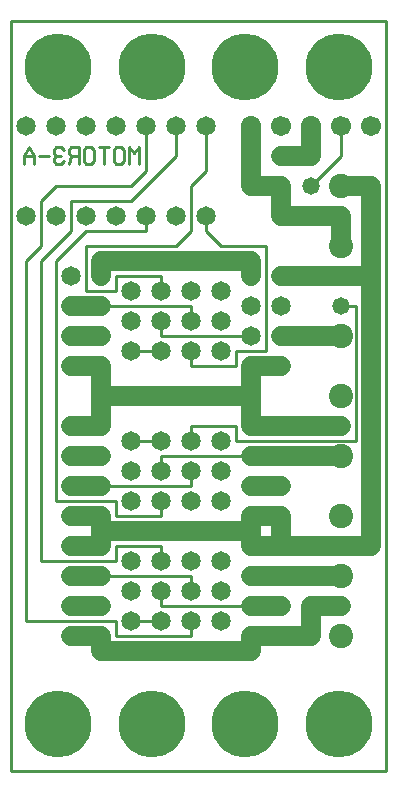
<source format=gbl>
%MOIN*%
%FSLAX25Y25*%
G04 D10 used for Character Trace; *
G04     Circle (OD=.01000) (No hole)*
G04 D11 used for Power Trace; *
G04     Circle (OD=.06700) (No hole)*
G04 D12 used for Signal Trace; *
G04     Circle (OD=.01100) (No hole)*
G04 D13 used for Via; *
G04     Circle (OD=.05800) (Round. Hole ID=.02800)*
G04 D14 used for Component hole; *
G04     Circle (OD=.06500) (Round. Hole ID=.03500)*
G04 D15 used for Component hole; *
G04     Circle (OD=.06700) (Round. Hole ID=.04300)*
G04 D16 used for Component hole; *
G04     Circle (OD=.08100) (Round. Hole ID=.05100)*
G04 D17 used for Component hole; *
G04     Circle (OD=.08900) (Round. Hole ID=.05900)*
G04 D18 used for Component hole; *
G04     Circle (OD=.11300) (Round. Hole ID=.08300)*
G04 D19 used for Component hole; *
G04     Circle (OD=.16000) (Round. Hole ID=.13000)*
G04 D20 used for Component hole; *
G04     Circle (OD=.18300) (Round. Hole ID=.15300)*
G04 D21 used for Component hole; *
G04     Circle (OD=.22291) (Round. Hole ID=.19291)*
%ADD10C,.01000*%
%ADD11C,.06700*%
%ADD12C,.01100*%
%ADD13C,.05800*%
%ADD14C,.06500*%
%ADD15C,.06700*%
%ADD16C,.08100*%
%ADD17C,.08900*%
%ADD18C,.11300*%
%ADD19C,.16000*%
%ADD20C,.18300*%
%ADD21C,.22291*%
%IPPOS*%
%LPD*%
G90*X0Y0D02*D21*X15625Y15625D03*D11*              
X30000Y40000D02*X80000D01*Y45000D01*D14*D03*D11*  
X90000D01*D14*D03*D11*X100000D01*Y55000D01*       
X110000D01*D13*D03*D16*Y65000D03*D11*X90000D01*   
D14*D03*D11*X80000D01*D14*D03*X90000Y55000D03*D11*
X80000D01*D14*D03*D12*X50000D01*Y60000D01*D14*D03*
X60000Y50000D03*D12*Y45000D01*X35000D01*Y50000D01*
X5000D01*Y170000D01*X10000Y175000D01*Y190000D01*  
X15000Y195000D01*X40000D01*X45000Y200000D01*      
Y215000D01*D14*D03*D12*X40000Y190000D02*          
X55000Y205000D01*X20000Y190000D02*X40000D01*      
X20000Y180000D02*Y190000D01*X10000Y170000D02*     
X20000Y180000D01*X10000Y70000D02*Y170000D01*      
Y70000D02*X35000D01*Y75000D01*X50000D01*Y70000D01*
D14*D03*X60000Y60000D03*D12*Y65000D01*X30000D01*  
D14*D03*D11*X20000D01*D14*D03*X30000Y55000D03*D11*
X20000D01*D14*D03*X30000Y45000D03*D11*Y40000D01*  
X20000Y45000D02*X30000D01*D14*X20000D03*          
X40000Y50000D03*D12*X50000D01*D14*D03*            
X40000Y60000D03*X70000Y70000D03*X60000D03*        
X70000Y50000D03*Y60000D03*X40000Y70000D03*        
X30000Y75000D03*D11*X20000D01*D14*D03*            
X30000Y85000D03*D11*Y80000D01*Y75000D01*Y80000D02*
X80000D01*Y75000D01*D14*D03*D11*X90000D01*D14*D03*
D11*X120000D01*Y165000D01*X90000D01*D14*D03*      
X80000Y155000D03*D11*Y165000D02*Y170000D01*D14*   
Y165000D03*D11*X30000Y170000D02*X80000D01*        
X30000Y165000D02*Y170000D01*D14*Y165000D03*D12*   
X25000Y160000D02*X35000D01*X25000D02*Y175000D01*  
X55000D01*X60000Y180000D01*Y195000D01*            
X65000Y200000D01*Y215000D01*D14*D03*D12*          
X55000Y205000D02*Y215000D01*D14*D03*X35000D03*D21*
X46875Y234375D03*D11*X80000Y195000D02*X90000D01*  
Y185000D01*D14*D03*D11*X110000D01*Y175000D01*D16* 
D03*D11*X120000Y165000D02*Y195000D01*X110000D01*  
D16*D03*D11*X90000Y205000D02*X100000D01*D14*      
X90000D03*D13*X100000Y195000D03*D12*              
X110000Y205000D01*Y215000D01*D15*D03*D11*         
X100000Y205000D02*Y215000D01*D15*D03*X90000D03*   
D21*X78125Y234375D03*D11*X80000Y195000D02*        
Y205000D01*D13*D03*D11*Y215000D01*D15*D03*D14*    
X55000Y185000D03*X65000D03*D12*Y180000D01*        
X70000Y175000D01*X85000D01*Y140000D01*X75000D01*  
Y135000D01*X60000D01*Y140000D01*D14*D03*          
X70000Y150000D03*X50000D03*D12*Y145000D01*        
X80000D01*D14*D03*X90000Y135000D03*D11*X80000D01* 
D14*D03*D11*Y125000D01*Y115000D01*D14*D03*D11*    
X90000D01*D14*D03*D11*X110000D01*D13*D03*D12*     
X75000Y110000D02*X115000D01*X75000D02*Y115000D01* 
X60000D01*Y110000D01*D14*D03*X70000Y100000D03*    
X50000D03*D12*Y105000D01*X80000D01*D14*D03*D11*   
X90000D01*D14*D03*D11*X110000D01*D16*D03*D12*     
X115000Y110000D02*Y155000D01*X110000D01*D13*D03*  
D16*Y145000D03*D11*X90000D01*D14*D03*Y155000D03*  
D16*X110000Y125000D03*D14*X70000Y160000D03*D11*   
X30000Y125000D02*X80000D01*X30000Y115000D02*      
Y125000D01*D14*Y115000D03*D11*X20000D01*D14*D03*  
X30000Y105000D03*D11*X20000D01*D14*D03*           
X30000Y95000D03*D11*X20000D01*D14*D03*D12*        
X15000Y90000D02*X35000D01*Y85000D01*X50000D01*    
Y90000D01*D14*D03*X60000Y100000D03*D12*Y95000D01* 
X30000D01*D14*X20000Y85000D03*D11*X30000D01*D14*  
X40000Y90000D03*Y100000D03*D12*X15000Y90000D02*   
Y170000D01*X25000Y180000D01*X45000D01*Y185000D01* 
D14*D03*X35000D03*D12*Y160000D02*Y165000D01*D14*  
X30000Y155000D03*D11*X20000D01*D14*D03*           
X30000Y145000D03*D11*X20000D01*D14*D03*           
X30000Y135000D03*D11*Y125000D01*D14*              
X20000Y135000D03*D11*X30000D01*D14*               
X40000Y140000D03*D12*X50000D01*D14*D03*           
X60000Y150000D03*D12*Y155000D01*X30000D01*D14*    
X20000Y165000D03*X40000Y150000D03*D12*            
X35000Y165000D02*X50000D01*Y160000D01*D14*D03*    
X60000D03*X40000D03*X70000Y140000D03*             
X25000Y185000D03*X15000D03*D10*X42511Y202129D02*  
Y207871D01*X40837Y205957D01*X39163Y207871D01*     
Y202129D01*X34163Y203086D02*X35000Y202129D01*     
X36674D01*X37511Y203086D01*Y206914D01*            
X36674Y207871D01*X35000D01*X34163Y206914D01*      
Y203086D01*X30837Y202129D02*Y207871D01*X32511D02* 
X29163D01*X24163Y203086D02*X25000Y202129D01*      
X26674D01*X27511Y203086D01*Y206914D01*            
X26674Y207871D01*X25000D01*X24163Y206914D01*      
Y203086D01*X22511Y202129D02*Y207871D01*X20000D01* 
X19163Y206914D01*Y205957D01*X20000Y205000D01*     
X22511D01*X20000D02*X19163Y202129D01*             
X17511Y206914D02*X16674Y207871D01*X15000D01*      
X14163Y206914D01*Y205957D01*X15000Y205000D01*     
X16674D01*X15000D02*X14163Y204043D01*Y203086D01*  
X15000Y202129D01*X16674D01*X17511Y203086D01*      
X12511Y205000D02*X9163D01*X7511Y202129D02*        
Y205000D01*X5837Y207871D01*X4163Y205000D01*       
Y202129D01*X7511Y205000D02*X4163D01*D14*          
X5000Y185000D03*X40000Y110000D03*D12*X50000D01*   
D14*D03*X70000Y90000D03*Y110000D03*               
X60000Y90000D03*D11*X80000Y80000D02*Y85000D01*D14*
D03*D11*X90000D01*D14*D03*D11*Y75000D01*D14*      
Y95000D03*D11*X80000D01*D14*D03*D16*              
X110000Y85000D03*Y45000D03*D21*X46875Y15625D03*   
X78125D03*X109375D03*D12*X0Y0D02*X125000D01*      
Y250000D01*X0D01*Y0D01*D15*X120000Y215000D03*D14* 
X25000D03*X15000D03*X5000D03*D21*                 
X109375Y234375D03*X15625D03*M02*                  

</source>
